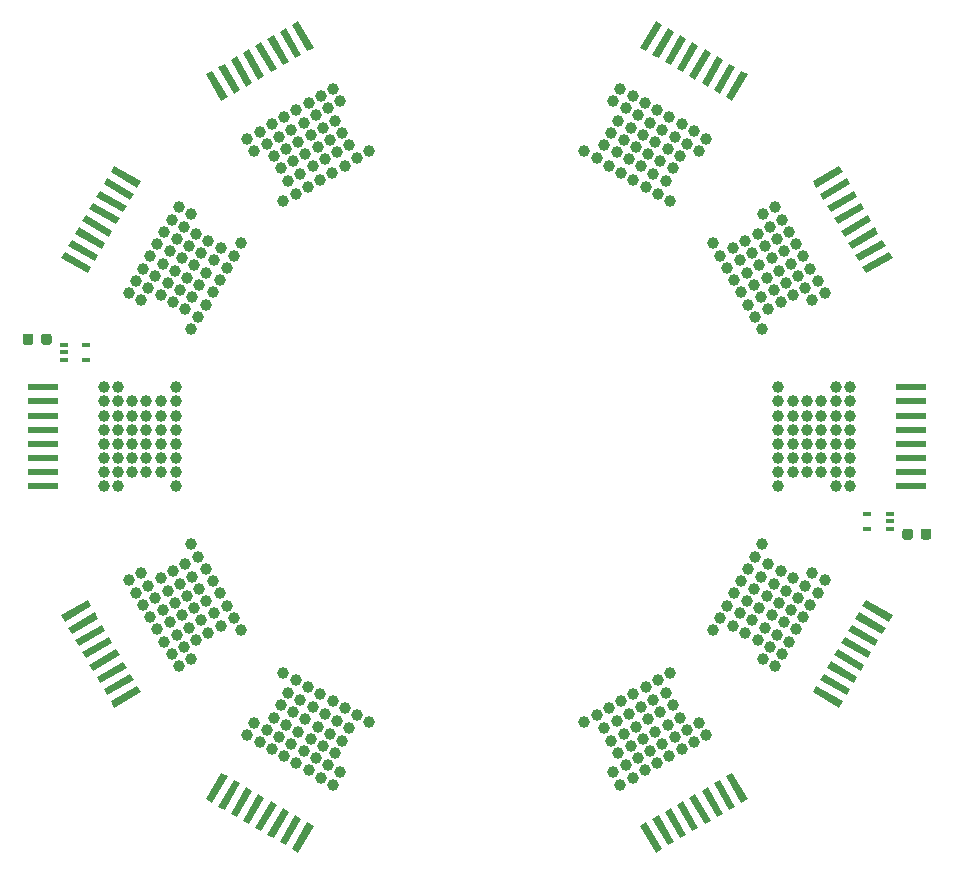
<source format=gtp>
%TF.GenerationSoftware,KiCad,Pcbnew,(5.1.12)-1*%
%TF.CreationDate,2021-12-14T20:27:31-05:00*%
%TF.ProjectId,PDB,5044422e-6b69-4636-9164-5f7063625858,rev?*%
%TF.SameCoordinates,Original*%
%TF.FileFunction,Paste,Top*%
%TF.FilePolarity,Positive*%
%FSLAX46Y46*%
G04 Gerber Fmt 4.6, Leading zero omitted, Abs format (unit mm)*
G04 Created by KiCad (PCBNEW (5.1.12)-1) date 2021-12-14 20:27:31*
%MOMM*%
%LPD*%
G01*
G04 APERTURE LIST*
%ADD10R,0.650000X0.400000*%
%ADD11C,1.000000*%
%ADD12C,0.100000*%
%ADD13R,2.600000X0.600000*%
G04 APERTURE END LIST*
%TO.C,C4*%
G36*
G01*
X256714100Y-128066734D02*
X256714100Y-128566734D01*
G75*
G02*
X256489100Y-128791734I-225000J0D01*
G01*
X256039100Y-128791734D01*
G75*
G02*
X255814100Y-128566734I0J225000D01*
G01*
X255814100Y-128066734D01*
G75*
G02*
X256039100Y-127841734I225000J0D01*
G01*
X256489100Y-127841734D01*
G75*
G02*
X256714100Y-128066734I0J-225000D01*
G01*
G37*
G36*
G01*
X258264100Y-128066734D02*
X258264100Y-128566734D01*
G75*
G02*
X258039100Y-128791734I-225000J0D01*
G01*
X257589100Y-128791734D01*
G75*
G02*
X257364100Y-128566734I0J225000D01*
G01*
X257364100Y-128066734D01*
G75*
G02*
X257589100Y-127841734I225000J0D01*
G01*
X258039100Y-127841734D01*
G75*
G02*
X258264100Y-128066734I0J-225000D01*
G01*
G37*
%TD*%
%TO.C,C3*%
G36*
G01*
X182891300Y-112069434D02*
X182891300Y-111569434D01*
G75*
G02*
X183116300Y-111344434I225000J0D01*
G01*
X183566300Y-111344434D01*
G75*
G02*
X183791300Y-111569434I0J-225000D01*
G01*
X183791300Y-112069434D01*
G75*
G02*
X183566300Y-112294434I-225000J0D01*
G01*
X183116300Y-112294434D01*
G75*
G02*
X182891300Y-112069434I0J225000D01*
G01*
G37*
G36*
G01*
X181341300Y-112069434D02*
X181341300Y-111569434D01*
G75*
G02*
X181566300Y-111344434I225000J0D01*
G01*
X182016300Y-111344434D01*
G75*
G02*
X182241300Y-111569434I0J-225000D01*
G01*
X182241300Y-112069434D01*
G75*
G02*
X182016300Y-112294434I-225000J0D01*
G01*
X181566300Y-112294434D01*
G75*
G02*
X181341300Y-112069434I0J225000D01*
G01*
G37*
%TD*%
D10*
%TO.C,U4*%
X186729400Y-112274334D03*
X186729400Y-113574334D03*
X184829400Y-112924334D03*
X184829400Y-113574334D03*
X184829400Y-112274334D03*
%TD*%
%TO.C,U3*%
X252850600Y-127887234D03*
X252850600Y-126587234D03*
X254750600Y-127237234D03*
X254750600Y-126587234D03*
X254750600Y-127887234D03*
%TD*%
D11*
%TO.C,Q10*%
X203412317Y-100107890D03*
X204451548Y-99507890D03*
X205490778Y-98907890D03*
X206530009Y-98307890D03*
X207569239Y-97707890D03*
X208608470Y-97107890D03*
X209647700Y-96507890D03*
X210686931Y-95907890D03*
X203801548Y-98382057D03*
X204840778Y-97782057D03*
X205880009Y-97182057D03*
X206919239Y-96582057D03*
X207958470Y-95982057D03*
X208997700Y-95382057D03*
X208397700Y-94342826D03*
X207358470Y-94942826D03*
X206319239Y-95542826D03*
X204240778Y-96742826D03*
X205280009Y-96142826D03*
X203201548Y-97342826D03*
X202601548Y-96303596D03*
X203640778Y-95703596D03*
X204680009Y-95103596D03*
X205719239Y-94503596D03*
X206758470Y-93903596D03*
X207797700Y-93303596D03*
X208236931Y-91664365D03*
X207197700Y-92264365D03*
X206158470Y-92864365D03*
X205119239Y-93464365D03*
X203040778Y-94664365D03*
X204080009Y-94064365D03*
X202001548Y-95264365D03*
X200962317Y-95864365D03*
X200362317Y-94825135D03*
X201401548Y-94225135D03*
X202440778Y-93625135D03*
X203480009Y-93025135D03*
X204519239Y-92425135D03*
X205558470Y-91825135D03*
X206597700Y-91225135D03*
X207636931Y-90625135D03*
D12*
G36*
X204661739Y-84871951D02*
G01*
X205961739Y-87123617D01*
X205442123Y-87423617D01*
X204142123Y-85171951D01*
X204661739Y-84871951D01*
G37*
G36*
X203622508Y-85471951D02*
G01*
X204922508Y-87723617D01*
X204402892Y-88023617D01*
X203102892Y-85771951D01*
X203622508Y-85471951D01*
G37*
G36*
X202583278Y-86071951D02*
G01*
X203883278Y-88323617D01*
X203363662Y-88623617D01*
X202063662Y-86371951D01*
X202583278Y-86071951D01*
G37*
G36*
X197387125Y-89071951D02*
G01*
X198687125Y-91323617D01*
X198167509Y-91623617D01*
X196867509Y-89371951D01*
X197387125Y-89071951D01*
G37*
G36*
X198426356Y-88471951D02*
G01*
X199726356Y-90723617D01*
X199206740Y-91023617D01*
X197906740Y-88771951D01*
X198426356Y-88471951D01*
G37*
G36*
X199465586Y-87871951D02*
G01*
X200765586Y-90123617D01*
X200245970Y-90423617D01*
X198945970Y-88171951D01*
X199465586Y-87871951D01*
G37*
G36*
X200504817Y-87271951D02*
G01*
X201804817Y-89523617D01*
X201285201Y-89823617D01*
X199985201Y-87571951D01*
X200504817Y-87271951D01*
G37*
G36*
X201544047Y-86671951D02*
G01*
X202844047Y-88923617D01*
X202324431Y-89223617D01*
X201024431Y-86971951D01*
X201544047Y-86671951D01*
G37*
%TD*%
D11*
%TO.C,Q9*%
X195623456Y-110971683D03*
X196223456Y-109932452D03*
X196823456Y-108893222D03*
X197423456Y-107853991D03*
X198023456Y-106814761D03*
X198623456Y-105775530D03*
X199223456Y-104736300D03*
X199823456Y-103697069D03*
X195097623Y-109282452D03*
X195697623Y-108243222D03*
X196297623Y-107203991D03*
X196897623Y-106164761D03*
X197497623Y-105125530D03*
X198097623Y-104086300D03*
X197058392Y-103486300D03*
X196458392Y-104525530D03*
X195858392Y-105564761D03*
X194658392Y-107643222D03*
X195258392Y-106603991D03*
X194058392Y-108682452D03*
X193019162Y-108082452D03*
X193619162Y-107043222D03*
X194219162Y-106003991D03*
X194819162Y-104964761D03*
X195419162Y-103925530D03*
X196019162Y-102886300D03*
X195579931Y-101247069D03*
X194979931Y-102286300D03*
X194379931Y-103325530D03*
X193779931Y-104364761D03*
X192579931Y-106443222D03*
X193179931Y-105403991D03*
X191979931Y-107482452D03*
X191379931Y-108521683D03*
X190340701Y-107921683D03*
X190940701Y-106882452D03*
X191540701Y-105843222D03*
X192140701Y-104803991D03*
X192740701Y-103764761D03*
X193340701Y-102725530D03*
X193940701Y-101686300D03*
X194540701Y-100647069D03*
D12*
G36*
X189087517Y-97152261D02*
G01*
X191339183Y-98452261D01*
X191039183Y-98971877D01*
X188787517Y-97671877D01*
X189087517Y-97152261D01*
G37*
G36*
X188487517Y-98191492D02*
G01*
X190739183Y-99491492D01*
X190439183Y-100011108D01*
X188187517Y-98711108D01*
X188487517Y-98191492D01*
G37*
G36*
X187887517Y-99230722D02*
G01*
X190139183Y-100530722D01*
X189839183Y-101050338D01*
X187587517Y-99750338D01*
X187887517Y-99230722D01*
G37*
G36*
X184887517Y-104426875D02*
G01*
X187139183Y-105726875D01*
X186839183Y-106246491D01*
X184587517Y-104946491D01*
X184887517Y-104426875D01*
G37*
G36*
X185487517Y-103387644D02*
G01*
X187739183Y-104687644D01*
X187439183Y-105207260D01*
X185187517Y-103907260D01*
X185487517Y-103387644D01*
G37*
G36*
X186087517Y-102348414D02*
G01*
X188339183Y-103648414D01*
X188039183Y-104168030D01*
X185787517Y-102868030D01*
X186087517Y-102348414D01*
G37*
G36*
X186687517Y-101309183D02*
G01*
X188939183Y-102609183D01*
X188639183Y-103128799D01*
X186387517Y-101828799D01*
X186687517Y-101309183D01*
G37*
G36*
X187287517Y-100269953D02*
G01*
X189539183Y-101569953D01*
X189239183Y-102089569D01*
X186987517Y-100789569D01*
X187287517Y-100269953D01*
G37*
%TD*%
D11*
%TO.C,Q1*%
X228892317Y-95907456D03*
X229931548Y-96507456D03*
X230970778Y-97107456D03*
X232010009Y-97707456D03*
X233049239Y-98307456D03*
X234088470Y-98907456D03*
X235127700Y-99507456D03*
X236166931Y-100107456D03*
X230581548Y-95381623D03*
X231620778Y-95981623D03*
X232660009Y-96581623D03*
X233699239Y-97181623D03*
X234738470Y-97781623D03*
X235777700Y-98381623D03*
X236377700Y-97342392D03*
X235338470Y-96742392D03*
X234299239Y-96142392D03*
X232220778Y-94942392D03*
X233260009Y-95542392D03*
X231181548Y-94342392D03*
X231781548Y-93303162D03*
X232820778Y-93903162D03*
X233860009Y-94503162D03*
X234899239Y-95103162D03*
X235938470Y-95703162D03*
X236977700Y-96303162D03*
X238616931Y-95863931D03*
X237577700Y-95263931D03*
X236538470Y-94663931D03*
X235499239Y-94063931D03*
X233420778Y-92863931D03*
X234460009Y-93463931D03*
X232381548Y-92263931D03*
X231342317Y-91663931D03*
X231942317Y-90624701D03*
X232981548Y-91224701D03*
X234020778Y-91824701D03*
X235060009Y-92424701D03*
X236099239Y-93024701D03*
X237138470Y-93624701D03*
X238177700Y-94224701D03*
X239216931Y-94824701D03*
D12*
G36*
X242711739Y-89371517D02*
G01*
X241411739Y-91623183D01*
X240892123Y-91323183D01*
X242192123Y-89071517D01*
X242711739Y-89371517D01*
G37*
G36*
X241672508Y-88771517D02*
G01*
X240372508Y-91023183D01*
X239852892Y-90723183D01*
X241152892Y-88471517D01*
X241672508Y-88771517D01*
G37*
G36*
X240633278Y-88171517D02*
G01*
X239333278Y-90423183D01*
X238813662Y-90123183D01*
X240113662Y-87871517D01*
X240633278Y-88171517D01*
G37*
G36*
X235437125Y-85171517D02*
G01*
X234137125Y-87423183D01*
X233617509Y-87123183D01*
X234917509Y-84871517D01*
X235437125Y-85171517D01*
G37*
G36*
X236476356Y-85771517D02*
G01*
X235176356Y-88023183D01*
X234656740Y-87723183D01*
X235956740Y-85471517D01*
X236476356Y-85771517D01*
G37*
G36*
X237515586Y-86371517D02*
G01*
X236215586Y-88623183D01*
X235695970Y-88323183D01*
X236995970Y-86071517D01*
X237515586Y-86371517D01*
G37*
G36*
X238554817Y-86971517D02*
G01*
X237254817Y-89223183D01*
X236735201Y-88923183D01*
X238035201Y-86671517D01*
X238554817Y-86971517D01*
G37*
G36*
X239594047Y-87571517D02*
G01*
X238294047Y-89823183D01*
X237774431Y-89523183D01*
X239074431Y-87271517D01*
X239594047Y-87571517D01*
G37*
%TD*%
D11*
%TO.C,Q2*%
X239756110Y-103696317D03*
X240356110Y-104735548D03*
X240956110Y-105774778D03*
X241556110Y-106814009D03*
X242156110Y-107853239D03*
X242756110Y-108892470D03*
X243356110Y-109931700D03*
X243956110Y-110970931D03*
X241481943Y-104085548D03*
X242081943Y-105124778D03*
X242681943Y-106164009D03*
X243281943Y-107203239D03*
X243881943Y-108242470D03*
X244481943Y-109281700D03*
X245521174Y-108681700D03*
X244921174Y-107642470D03*
X244321174Y-106603239D03*
X243121174Y-104524778D03*
X243721174Y-105564009D03*
X242521174Y-103485548D03*
X243560404Y-102885548D03*
X244160404Y-103924778D03*
X244760404Y-104964009D03*
X245360404Y-106003239D03*
X245960404Y-107042470D03*
X246560404Y-108081700D03*
X248199635Y-108520931D03*
X247599635Y-107481700D03*
X246999635Y-106442470D03*
X246399635Y-105403239D03*
X245199635Y-103324778D03*
X245799635Y-104364009D03*
X244599635Y-102285548D03*
X243999635Y-101246317D03*
X245038865Y-100646317D03*
X245638865Y-101685548D03*
X246238865Y-102724778D03*
X246838865Y-103764009D03*
X247438865Y-104803239D03*
X248038865Y-105842470D03*
X248638865Y-106881700D03*
X249238865Y-107920931D03*
D12*
G36*
X254992049Y-104945739D02*
G01*
X252740383Y-106245739D01*
X252440383Y-105726123D01*
X254692049Y-104426123D01*
X254992049Y-104945739D01*
G37*
G36*
X254392049Y-103906508D02*
G01*
X252140383Y-105206508D01*
X251840383Y-104686892D01*
X254092049Y-103386892D01*
X254392049Y-103906508D01*
G37*
G36*
X253792049Y-102867278D02*
G01*
X251540383Y-104167278D01*
X251240383Y-103647662D01*
X253492049Y-102347662D01*
X253792049Y-102867278D01*
G37*
G36*
X250792049Y-97671125D02*
G01*
X248540383Y-98971125D01*
X248240383Y-98451509D01*
X250492049Y-97151509D01*
X250792049Y-97671125D01*
G37*
G36*
X251392049Y-98710356D02*
G01*
X249140383Y-100010356D01*
X248840383Y-99490740D01*
X251092049Y-98190740D01*
X251392049Y-98710356D01*
G37*
G36*
X251992049Y-99749586D02*
G01*
X249740383Y-101049586D01*
X249440383Y-100529970D01*
X251692049Y-99229970D01*
X251992049Y-99749586D01*
G37*
G36*
X252592049Y-100788817D02*
G01*
X250340383Y-102088817D01*
X250040383Y-101569201D01*
X252292049Y-100269201D01*
X252592049Y-100788817D01*
G37*
G36*
X253192049Y-101828047D02*
G01*
X250940383Y-103128047D01*
X250640383Y-102608431D01*
X252892049Y-101308431D01*
X253192049Y-101828047D01*
G37*
%TD*%
D11*
%TO.C,Q3*%
X245270000Y-115873566D03*
X245270000Y-117073566D03*
X245270000Y-118273566D03*
X245270000Y-119473566D03*
X245270000Y-120673566D03*
X245270000Y-121873566D03*
X245270000Y-123073566D03*
X245270000Y-124273566D03*
X246570000Y-117073566D03*
X246570000Y-118273566D03*
X246570000Y-119473566D03*
X246570000Y-120673566D03*
X246570000Y-121873566D03*
X246570000Y-123073566D03*
X247770000Y-123073566D03*
X247770000Y-121873566D03*
X247770000Y-120673566D03*
X247770000Y-118273566D03*
X247770000Y-119473566D03*
X247770000Y-117073566D03*
X248970000Y-117073566D03*
X248970000Y-118273566D03*
X248970000Y-119473566D03*
X248970000Y-120673566D03*
X248970000Y-121873566D03*
X248970000Y-123073566D03*
X250170000Y-124273566D03*
X250170000Y-123073566D03*
X250170000Y-121873566D03*
X250170000Y-120673566D03*
X250170000Y-118273566D03*
X250170000Y-119473566D03*
X250170000Y-117073566D03*
X250170000Y-115873566D03*
X251370000Y-115873566D03*
X251370000Y-117073566D03*
X251370000Y-118273566D03*
X251370000Y-119473566D03*
X251370000Y-120673566D03*
X251370000Y-121873566D03*
X251370000Y-123073566D03*
X251370000Y-124273566D03*
D13*
X256540000Y-124273566D03*
X256540000Y-123073566D03*
X256540000Y-121873566D03*
X256540000Y-115873566D03*
X256540000Y-117073566D03*
X256540000Y-118273566D03*
X256540000Y-119473566D03*
X256540000Y-120673566D03*
%TD*%
D11*
%TO.C,Q4*%
X243956544Y-129176317D03*
X243356544Y-130215548D03*
X242756544Y-131254778D03*
X242156544Y-132294009D03*
X241556544Y-133333239D03*
X240956544Y-134372470D03*
X240356544Y-135411700D03*
X239756544Y-136450931D03*
X244482377Y-130865548D03*
X243882377Y-131904778D03*
X243282377Y-132944009D03*
X242682377Y-133983239D03*
X242082377Y-135022470D03*
X241482377Y-136061700D03*
X242521608Y-136661700D03*
X243121608Y-135622470D03*
X243721608Y-134583239D03*
X244921608Y-132504778D03*
X244321608Y-133544009D03*
X245521608Y-131465548D03*
X246560838Y-132065548D03*
X245960838Y-133104778D03*
X245360838Y-134144009D03*
X244760838Y-135183239D03*
X244160838Y-136222470D03*
X243560838Y-137261700D03*
X244000069Y-138900931D03*
X244600069Y-137861700D03*
X245200069Y-136822470D03*
X245800069Y-135783239D03*
X247000069Y-133704778D03*
X246400069Y-134744009D03*
X247600069Y-132665548D03*
X248200069Y-131626317D03*
X249239299Y-132226317D03*
X248639299Y-133265548D03*
X248039299Y-134304778D03*
X247439299Y-135344009D03*
X246839299Y-136383239D03*
X246239299Y-137422470D03*
X245639299Y-138461700D03*
X245039299Y-139500931D03*
D12*
G36*
X250492483Y-142995739D02*
G01*
X248240817Y-141695739D01*
X248540817Y-141176123D01*
X250792483Y-142476123D01*
X250492483Y-142995739D01*
G37*
G36*
X251092483Y-141956508D02*
G01*
X248840817Y-140656508D01*
X249140817Y-140136892D01*
X251392483Y-141436892D01*
X251092483Y-141956508D01*
G37*
G36*
X251692483Y-140917278D02*
G01*
X249440817Y-139617278D01*
X249740817Y-139097662D01*
X251992483Y-140397662D01*
X251692483Y-140917278D01*
G37*
G36*
X254692483Y-135721125D02*
G01*
X252440817Y-134421125D01*
X252740817Y-133901509D01*
X254992483Y-135201509D01*
X254692483Y-135721125D01*
G37*
G36*
X254092483Y-136760356D02*
G01*
X251840817Y-135460356D01*
X252140817Y-134940740D01*
X254392483Y-136240740D01*
X254092483Y-136760356D01*
G37*
G36*
X253492483Y-137799586D02*
G01*
X251240817Y-136499586D01*
X251540817Y-135979970D01*
X253792483Y-137279970D01*
X253492483Y-137799586D01*
G37*
G36*
X252892483Y-138838817D02*
G01*
X250640817Y-137538817D01*
X250940817Y-137019201D01*
X253192483Y-138319201D01*
X252892483Y-138838817D01*
G37*
G36*
X252292483Y-139878047D02*
G01*
X250040817Y-138578047D01*
X250340817Y-138058431D01*
X252592483Y-139358431D01*
X252292483Y-139878047D01*
G37*
%TD*%
D11*
%TO.C,Q5*%
X236167683Y-140040110D03*
X235128452Y-140640110D03*
X234089222Y-141240110D03*
X233049991Y-141840110D03*
X232010761Y-142440110D03*
X230971530Y-143040110D03*
X229932300Y-143640110D03*
X228893069Y-144240110D03*
X235778452Y-141765943D03*
X234739222Y-142365943D03*
X233699991Y-142965943D03*
X232660761Y-143565943D03*
X231621530Y-144165943D03*
X230582300Y-144765943D03*
X231182300Y-145805174D03*
X232221530Y-145205174D03*
X233260761Y-144605174D03*
X235339222Y-143405174D03*
X234299991Y-144005174D03*
X236378452Y-142805174D03*
X236978452Y-143844404D03*
X235939222Y-144444404D03*
X234899991Y-145044404D03*
X233860761Y-145644404D03*
X232821530Y-146244404D03*
X231782300Y-146844404D03*
X231343069Y-148483635D03*
X232382300Y-147883635D03*
X233421530Y-147283635D03*
X234460761Y-146683635D03*
X236539222Y-145483635D03*
X235499991Y-146083635D03*
X237578452Y-144883635D03*
X238617683Y-144283635D03*
X239217683Y-145322865D03*
X238178452Y-145922865D03*
X237139222Y-146522865D03*
X236099991Y-147122865D03*
X235060761Y-147722865D03*
X234021530Y-148322865D03*
X232982300Y-148922865D03*
X231943069Y-149522865D03*
D12*
G36*
X234918261Y-155276049D02*
G01*
X233618261Y-153024383D01*
X234137877Y-152724383D01*
X235437877Y-154976049D01*
X234918261Y-155276049D01*
G37*
G36*
X235957492Y-154676049D02*
G01*
X234657492Y-152424383D01*
X235177108Y-152124383D01*
X236477108Y-154376049D01*
X235957492Y-154676049D01*
G37*
G36*
X236996722Y-154076049D02*
G01*
X235696722Y-151824383D01*
X236216338Y-151524383D01*
X237516338Y-153776049D01*
X236996722Y-154076049D01*
G37*
G36*
X242192875Y-151076049D02*
G01*
X240892875Y-148824383D01*
X241412491Y-148524383D01*
X242712491Y-150776049D01*
X242192875Y-151076049D01*
G37*
G36*
X241153644Y-151676049D02*
G01*
X239853644Y-149424383D01*
X240373260Y-149124383D01*
X241673260Y-151376049D01*
X241153644Y-151676049D01*
G37*
G36*
X240114414Y-152276049D02*
G01*
X238814414Y-150024383D01*
X239334030Y-149724383D01*
X240634030Y-151976049D01*
X240114414Y-152276049D01*
G37*
G36*
X239075183Y-152876049D02*
G01*
X237775183Y-150624383D01*
X238294799Y-150324383D01*
X239594799Y-152576049D01*
X239075183Y-152876049D01*
G37*
G36*
X238035953Y-153476049D02*
G01*
X236735953Y-151224383D01*
X237255569Y-150924383D01*
X238555569Y-153176049D01*
X238035953Y-153476049D01*
G37*
%TD*%
D11*
%TO.C,Q6*%
X210687683Y-144240544D03*
X209648452Y-143640544D03*
X208609222Y-143040544D03*
X207569991Y-142440544D03*
X206530761Y-141840544D03*
X205491530Y-141240544D03*
X204452300Y-140640544D03*
X203413069Y-140040544D03*
X208998452Y-144766377D03*
X207959222Y-144166377D03*
X206919991Y-143566377D03*
X205880761Y-142966377D03*
X204841530Y-142366377D03*
X203802300Y-141766377D03*
X203202300Y-142805608D03*
X204241530Y-143405608D03*
X205280761Y-144005608D03*
X207359222Y-145205608D03*
X206319991Y-144605608D03*
X208398452Y-145805608D03*
X207798452Y-146844838D03*
X206759222Y-146244838D03*
X205719991Y-145644838D03*
X204680761Y-145044838D03*
X203641530Y-144444838D03*
X202602300Y-143844838D03*
X200963069Y-144284069D03*
X202002300Y-144884069D03*
X203041530Y-145484069D03*
X204080761Y-146084069D03*
X206159222Y-147284069D03*
X205119991Y-146684069D03*
X207198452Y-147884069D03*
X208237683Y-148484069D03*
X207637683Y-149523299D03*
X206598452Y-148923299D03*
X205559222Y-148323299D03*
X204519991Y-147723299D03*
X203480761Y-147123299D03*
X202441530Y-146523299D03*
X201402300Y-145923299D03*
X200363069Y-145323299D03*
D12*
G36*
X196868261Y-150776483D02*
G01*
X198168261Y-148524817D01*
X198687877Y-148824817D01*
X197387877Y-151076483D01*
X196868261Y-150776483D01*
G37*
G36*
X197907492Y-151376483D02*
G01*
X199207492Y-149124817D01*
X199727108Y-149424817D01*
X198427108Y-151676483D01*
X197907492Y-151376483D01*
G37*
G36*
X198946722Y-151976483D02*
G01*
X200246722Y-149724817D01*
X200766338Y-150024817D01*
X199466338Y-152276483D01*
X198946722Y-151976483D01*
G37*
G36*
X204142875Y-154976483D02*
G01*
X205442875Y-152724817D01*
X205962491Y-153024817D01*
X204662491Y-155276483D01*
X204142875Y-154976483D01*
G37*
G36*
X203103644Y-154376483D02*
G01*
X204403644Y-152124817D01*
X204923260Y-152424817D01*
X203623260Y-154676483D01*
X203103644Y-154376483D01*
G37*
G36*
X202064414Y-153776483D02*
G01*
X203364414Y-151524817D01*
X203884030Y-151824817D01*
X202584030Y-154076483D01*
X202064414Y-153776483D01*
G37*
G36*
X201025183Y-153176483D02*
G01*
X202325183Y-150924817D01*
X202844799Y-151224817D01*
X201544799Y-153476483D01*
X201025183Y-153176483D01*
G37*
G36*
X199985953Y-152576483D02*
G01*
X201285953Y-150324817D01*
X201805569Y-150624817D01*
X200505569Y-152876483D01*
X199985953Y-152576483D01*
G37*
%TD*%
D11*
%TO.C,Q7*%
X199823890Y-136451683D03*
X199223890Y-135412452D03*
X198623890Y-134373222D03*
X198023890Y-133333991D03*
X197423890Y-132294761D03*
X196823890Y-131255530D03*
X196223890Y-130216300D03*
X195623890Y-129177069D03*
X198098057Y-136062452D03*
X197498057Y-135023222D03*
X196898057Y-133983991D03*
X196298057Y-132944761D03*
X195698057Y-131905530D03*
X195098057Y-130866300D03*
X194058826Y-131466300D03*
X194658826Y-132505530D03*
X195258826Y-133544761D03*
X196458826Y-135623222D03*
X195858826Y-134583991D03*
X197058826Y-136662452D03*
X196019596Y-137262452D03*
X195419596Y-136223222D03*
X194819596Y-135183991D03*
X194219596Y-134144761D03*
X193619596Y-133105530D03*
X193019596Y-132066300D03*
X191380365Y-131627069D03*
X191980365Y-132666300D03*
X192580365Y-133705530D03*
X193180365Y-134744761D03*
X194380365Y-136823222D03*
X193780365Y-135783991D03*
X194980365Y-137862452D03*
X195580365Y-138901683D03*
X194541135Y-139501683D03*
X193941135Y-138462452D03*
X193341135Y-137423222D03*
X192741135Y-136383991D03*
X192141135Y-135344761D03*
X191541135Y-134305530D03*
X190941135Y-133266300D03*
X190341135Y-132227069D03*
D12*
G36*
X184587951Y-135202261D02*
G01*
X186839617Y-133902261D01*
X187139617Y-134421877D01*
X184887951Y-135721877D01*
X184587951Y-135202261D01*
G37*
G36*
X185187951Y-136241492D02*
G01*
X187439617Y-134941492D01*
X187739617Y-135461108D01*
X185487951Y-136761108D01*
X185187951Y-136241492D01*
G37*
G36*
X185787951Y-137280722D02*
G01*
X188039617Y-135980722D01*
X188339617Y-136500338D01*
X186087951Y-137800338D01*
X185787951Y-137280722D01*
G37*
G36*
X188787951Y-142476875D02*
G01*
X191039617Y-141176875D01*
X191339617Y-141696491D01*
X189087951Y-142996491D01*
X188787951Y-142476875D01*
G37*
G36*
X188187951Y-141437644D02*
G01*
X190439617Y-140137644D01*
X190739617Y-140657260D01*
X188487951Y-141957260D01*
X188187951Y-141437644D01*
G37*
G36*
X187587951Y-140398414D02*
G01*
X189839617Y-139098414D01*
X190139617Y-139618030D01*
X187887951Y-140918030D01*
X187587951Y-140398414D01*
G37*
G36*
X186987951Y-139359183D02*
G01*
X189239617Y-138059183D01*
X189539617Y-138578799D01*
X187287951Y-139878799D01*
X186987951Y-139359183D01*
G37*
G36*
X186387951Y-138319953D02*
G01*
X188639617Y-137019953D01*
X188939617Y-137539569D01*
X186687951Y-138839569D01*
X186387951Y-138319953D01*
G37*
%TD*%
D11*
%TO.C,Q8*%
X194310000Y-124274434D03*
X194310000Y-123074434D03*
X194310000Y-121874434D03*
X194310000Y-120674434D03*
X194310000Y-119474434D03*
X194310000Y-118274434D03*
X194310000Y-117074434D03*
X194310000Y-115874434D03*
X193010000Y-123074434D03*
X193010000Y-121874434D03*
X193010000Y-120674434D03*
X193010000Y-119474434D03*
X193010000Y-118274434D03*
X193010000Y-117074434D03*
X191810000Y-117074434D03*
X191810000Y-118274434D03*
X191810000Y-119474434D03*
X191810000Y-121874434D03*
X191810000Y-120674434D03*
X191810000Y-123074434D03*
X190610000Y-123074434D03*
X190610000Y-121874434D03*
X190610000Y-120674434D03*
X190610000Y-119474434D03*
X190610000Y-118274434D03*
X190610000Y-117074434D03*
X189410000Y-115874434D03*
X189410000Y-117074434D03*
X189410000Y-118274434D03*
X189410000Y-119474434D03*
X189410000Y-121874434D03*
X189410000Y-120674434D03*
X189410000Y-123074434D03*
X189410000Y-124274434D03*
X188210000Y-124274434D03*
X188210000Y-123074434D03*
X188210000Y-121874434D03*
X188210000Y-120674434D03*
X188210000Y-119474434D03*
X188210000Y-118274434D03*
X188210000Y-117074434D03*
X188210000Y-115874434D03*
D13*
X183040000Y-115874434D03*
X183040000Y-117074434D03*
X183040000Y-118274434D03*
X183040000Y-124274434D03*
X183040000Y-123074434D03*
X183040000Y-121874434D03*
X183040000Y-120674434D03*
X183040000Y-119474434D03*
%TD*%
M02*

</source>
